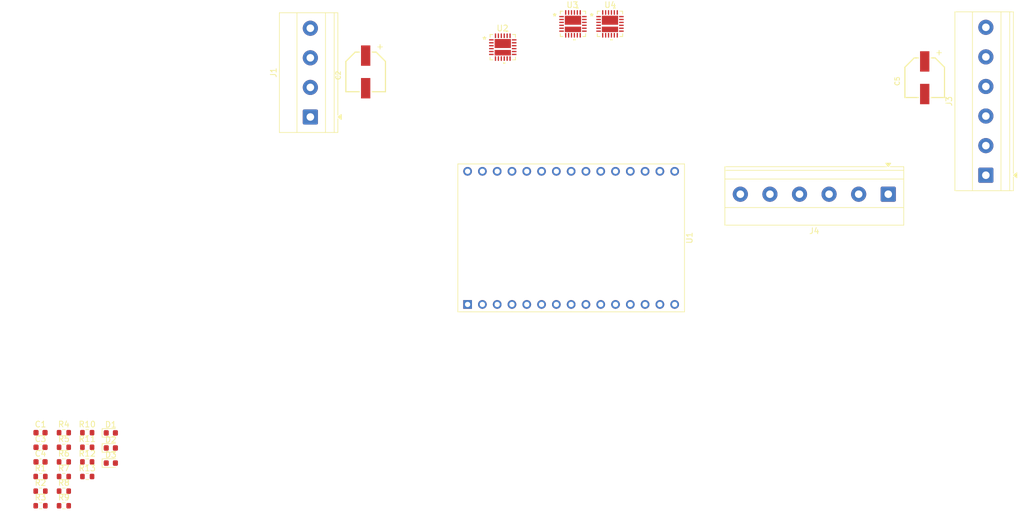
<source format=kicad_pcb>
(kicad_pcb (version 20241229) (generator "pcbnew") (generator_version "9.0")
  (layers (0 "F.Cu" signal) (2 "B.Cu" signal) (13 "F.Paste" user) (15 "B.Paste" user) (5 "F.SilkS" user "F.Silkscreen") (7 "B.SilkS" user "B.Silkscreen") (1 "F.Mask" user) (3 "B.Mask" user) (25 "Edge.Cuts" user))
  (net 0 "")
  (net 1 "+5V")
  (net 2 "GND")
  (net 3 "Net-(D1-A)")
  (net 4 "Net-(D2-A)")
  (net 5 "Net-(D3-A)")
  (net 7 "/Motor_PWM")
  (net 8 "/LED_3_VOUT")
  (net 9 "/LED_2_VOUT")
  (net 10 "/LED_1_VOUT")
  (net 11 "/LED_1_CTRL")
  (net 12 "/LED_1_EN")
  (net 13 "/LED1_ILIM")
  (net 14 "/LED1_IMON")
  (net 15 "/LED1_PG")
  (net 16 "/LED2_PG")
  (net 17 "/LED_2_EN")
  (net 18 "/LED_2_CTRL")
  (net 19 "/LED2_ILIM")
  (net 20 "/LED2_IMON")
  (net 21 "/LED3_PG")
  (net 22 "/LED_3_EN")
  (net 23 "/LED_3_CTRL")
  (net 24 "/LED3_ILIM")
  (net 25 "/LED3_IMON")
  (net 26 "Net-(U1-TX0)")
  (footprint "Resistor_SMD:R_0603_1608Metric" (layer "F.Cu") (at -21.835 108.49)
    (property "Reference" "R2" (at 0 -1.43 0) (layer "F.SilkS"))
    (property "Value" "298R_0.21W_0603")
    (fp_line (start -0.237258 -0.5225) (end 0.237258 -0.5225) (stroke (width 0.12)) (layer "F.SilkS"))
    (fp_line (start -0.237258 0.5225) (end 0.237258 0.5225) (stroke (width 0.12)) (layer "F.SilkS"))
    (pad "1" smd roundrect (at -0.825 0) (size 0.8 0.95) (layers "F.Cu" "F.Mask" "F.Paste") (net 13 "/LED1_ILIM"))
    (pad "2" smd roundrect (at 0.825 0) (size 0.8 0.95) (layers "F.Cu" "F.Mask" "F.Paste") (net 2 "GND"))
  )
  (footprint "Capacitor_SMD:C_0603_1608Metric" (layer "F.Cu") (at -21.835 100.96)
    (property "Reference" "C3" (at 0 -1.43 0) (layer "F.SilkS"))
    (property "Value" "0.1u_16V_0603")
    (fp_line (start -0.14058 -0.51) (end 0.14058 -0.51) (stroke (width 0.12)) (layer "F.SilkS"))
    (fp_line (start -0.14058 0.51) (end 0.14058 0.51) (stroke (width 0.12)) (layer "F.SilkS"))
    (pad "1" smd roundrect (at -0.775 0) (size 0.9 0.95) (layers "F.Cu" "F.Mask" "F.Paste") (net 1 "+5V"))
    (pad "2" smd roundrect (at 0.775 0) (size 0.9 0.95) (layers "F.Cu" "F.Mask" "F.Paste") (net 2 "GND"))
  )
  (footprint "Resistor_SMD:R_0603_1608Metric" (layer "F.Cu") (at -13.815 105.98)
    (property "Reference" "R13" (at 0 -1.43 0) (layer "F.SilkS"))
    (property "Value" "1k_0.2W_0603")
    (fp_line (start -0.237258 -0.5225) (end 0.237258 -0.5225) (stroke (width 0.12)) (layer "F.SilkS"))
    (fp_line (start -0.237258 0.5225) (end 0.237258 0.5225) (stroke (width 0.12)) (layer "F.SilkS"))
    (pad "1" smd roundrect (at -0.825 0) (size 0.8 0.95) (layers "F.Cu" "F.Mask" "F.Paste") (net 26 "Net-(U1-TX0)"))
    (pad "2" smd roundrect (at 0.825 0) (size 0.8 0.95) (layers "F.Cu" "F.Mask" "F.Paste") (net 7 "/Motor_PWM"))
  )
  (footprint "Resistor_SMD:R_0603_1608Metric" (layer "F.Cu") (at -17.825 111)
    (property "Reference" "R9" (at 0 -1.43 0) (layer "F.SilkS"))
    (property "Value" "1k_0.2W_0603")
    (fp_line (start -0.237258 -0.5225) (end 0.237258 -0.5225) (stroke (width 0.12)) (layer "F.SilkS"))
    (fp_line (start -0.237258 0.5225) (end 0.237258 0.5225) (stroke (width 0.12)) (layer "F.SilkS"))
    (pad "1" smd roundrect (at -0.825 0) (size 0.8 0.95) (layers "F.Cu" "F.Mask" "F.Paste") (net 5 "Net-(D3-A)"))
    (pad "2" smd roundrect (at 0.825 0) (size 0.8 0.95) (layers "F.Cu" "F.Mask" "F.Paste") (net 21 "/LED3_PG"))
  )
  (footprint "Resistor_SMD:R_0603_1608Metric" (layer "F.Cu") (at -17.825 103.47)
    (property "Reference" "R6" (at 0 -1.43 0) (layer "F.SilkS"))
    (property "Value" "220R_0.21W_0603")
    (fp_line (start -0.237258 -0.5225) (end 0.237258 -0.5225) (stroke (width 0.12)) (layer "F.SilkS"))
    (fp_line (start -0.237258 0.5225) (end 0.237258 0.5225) (stroke (width 0.12)) (layer "F.SilkS"))
    (pad "1" smd roundrect (at -0.825 0) (size 0.8 0.95) (layers "F.Cu" "F.Mask" "F.Paste") (net 18 "/LED_2_CTRL"))
    (pad "2" smd roundrect (at 0.825 0) (size 0.8 0.95) (layers "F.Cu" "F.Mask" "F.Paste") (net 17 "/LED_2_EN"))
  )
  (footprint "TPS25980_footprints:VQFN24_RGE_TEX" (layer "F.Cu") (at 69.5964 28.25)
    (property "Reference" "U3" (at -0.0964 -3.25 0) (layer "F.SilkS"))
    (property "Value" "TPS259807ONRGER")
    (fp_line (start -2.1717 -2.1717) (end -2.1717 -1.69704) (stroke (width 0.1524)) (layer "F.SilkS"))
    (fp_line (start -2.1717 1.69704) (end -2.1717 2.1717) (stroke (width 0.1524)) (layer "F.SilkS"))
    (fp_line (start -2.1717 2.1717) (end -1.69704 2.1717) (stroke (width 0.1524)) (layer "F.SilkS"))
    (fp_line (start -1.69704 -2.1717) (end -2.1717 -2.1717) (stroke (width 0.1524)) (layer "F.SilkS"))
    (fp_line (start 1.69704 2.1717) (end 2.1717 2.1717) (stroke (width 0.1524)) (layer "F.SilkS"))
    (fp_line (start 2.1717 -2.1717) (end 1.69704 -2.1717) (stroke (width 0.1524)) (layer "F.SilkS"))
    (fp_line (start 2.1717 -1.69704) (end 2.1717 -2.1717) (stroke (width 0.1524)) (layer "F.SilkS"))
    (fp_line (start 2.1717 2.1717) (end 2.1717 1.69704) (stroke (width 0.1524)) (layer "F.SilkS"))
    (fp_poly (pts (xy 0.059499 2.6035) (xy 0.059499 2.8575) (xy 0.4405 2.8575) (xy 0.4405 2.6035)) (fill yes) (layer "F.SilkS"))
    (fp_poly (pts (xy 0.559501 -2.6035) (xy 0.559501 -2.8575) (xy 0.940501 -2.8575) (xy 0.940501 -2.6035)) (fill yes) (layer "F.SilkS"))
    (fp_text user "*" (at -3.1369 -1.25 0) (layer "F.SilkS"))
    (fp_text user "*" (at -3.1369 -1.25 0) (layer "F.SilkS"))
    (pad "1" smd rect (at -1.9558 -1.25 90) (size 0.2286 0.7874) (layers "F.Cu" "F.Mask" "F.Paste") (net 1 "+5V"))
    (pad "2" smd rect (at -1.9558 -0.750001 90) (size 0.2286 0.7874) (layers "F.Cu" "F.Mask" "F.Paste") (net 1 "+5V"))
    (pad "3" smd rect (at -1.9558 -0.25 90) (size 0.2286 0.7874) (layers "F.Cu" "F.Mask" "F.Paste") (net 1 "+5V"))
    (pad "4" smd rect (at -1.9558 0.25 90) (size 0.2286 0.7874) (layers "F.Cu" "F.Mask" "F.Paste") (net 2 "GND"))
    (pad "5" smd rect (at -1.9558 0.750001 90) (size 0.2286 0.7874) (layers "F.Cu" "F.Mask" "F.Paste") (net 2 "GND"))
    (pad "6" smd rect (at -1.9558 1.25 90) (size 0.2286 0.7874) (layers "F.Cu" "F.Mask" "F.Paste") (net 17 "/LED_2_EN"))
    (pad "7" smd rect (at -1.25 1.9558) (size 0.2286 0.7874) (layers "F.Cu" "F.Mask" "F.Paste"))
    (pad "8" smd rect (at -0.750001 1.9558) (size 0.2286 0.7874) (layers "F.Cu" "F.Mask" "F.Paste") (net 19 "/LED2_ILIM"))
    (pad "9" smd rect (at -0.25 1.9558) (size 0.2286 0.7874) (layers "F.Cu" "F.Mask" "F.Paste") (net 20 "/LED2_IMON"))
    (pad "10" smd rect (at 0.25 1.9558) (size 0.2286 0.7874) (layers "F.Cu" "F.Mask" "F.Paste") (net 2 "GND"))
    (pad "11" smd rect (at 0.750001 1.9558) (size 0.2286 0.7874) (layers "F.Cu" "F.Mask" "F.Paste") (net 2 "GND"))
    (pad "12" smd rect (at 1.25 1.9558) (size 0.2286 0.7874) (layers "F.Cu" "F.Mask" "F.Paste") (net 2 "GND"))
    (pad "13" smd rect (at 1.9558 1.25 90) (size 0.2286 0.7874) (layers "F.Cu" "F.Mask" "F.Paste") (net 16 "/LED2_PG"))
    (pad "14" smd rect (at 1.9558 0.750001 90) (size 0.2286 0.7874) (layers "F.Cu" "F.Mask" "F.Paste") (net 2 "GND"))
    (pad "15" smd rect (at 1.9558 0.25 90) (size 0.2286 0.7874) (layers "F.Cu" "F.Mask" "F.Paste"))
    (pad "16" smd rect (at 1.9558 -0.25 90) (size 0.2286 0.7874) (layers "F.Cu" "F.Mask" "F.Paste") (net 1 "+5V"))
    (pad "17" smd rect (at 1.9558 -0.750001 90) (size 0.2286 0.7874) (layers "F.Cu" "F.Mask" "F.Paste") (net 9 "/LED_2_VOUT"))
    (pad "18" smd rect (at 1.9558 -1.25 90) (size 0.2286 0.7874) (layers "F.Cu" "F.Mask" "F.Paste") (net 9 "/LED_2_VOUT"))
    (pad "19" smd rect (at 1.25 -1.9558) (size 0.2286 0.7874) (layers "F.Cu" "F.Mask" "F.Paste") (net 9 "/LED_2_VOUT"))
    (pad "20" smd rect (at 0.750001 -1.9558) (size 0.2286 0.7874) (layers "F.Cu" "F.Mask" "F.Paste") (net 9 "/LED_2_VOUT"))
    (pad "21" smd rect (at 0.25 -1.9558) (size 0.2286 0.7874) (layers "F.Cu" "F.Mask" "F.Paste") (net 9 "/LED_2_VOUT"))
    (pad "22" smd rect (at -0.25 -1.9558) (size 0.2286 0.7874) (layers "F.Cu" "F.Mask" "F.Paste") (net 9 "/LED_2_VOUT"))
    (pad "23" smd rect (at -0.750001 -1.9558) (size 0.2286 0.7874) (layers "F.Cu" "F.Mask" "F.Paste") (net 9 "/LED_2_VOUT"))
    (pad "24" smd rect (at -1.25 -1.9558) (size 0.2286 0.7874) (layers "F.Cu" "F.Mask" "F.Paste") (net 9 "/LED_2_VOUT"))
    (pad "25" smd rect (at 0 -0.625) (size 2.794 1.5494) (layers "F.Cu" "F.Mask" "F.Paste") (net 1 "+5V"))
    (pad "26" smd rect (at 0 0.95) (size 2.794 0.9398) (layers "F.Cu" "F.Mask" "F.Paste") (net 2 "GND"))
  )
  (footprint "Resistor_SMD:R_0603_1608Metric" (layer "F.Cu") (at -21.835 111)
    (property "Reference" "R3" (at 0 -1.43 0) (layer "F.SilkS"))
    (property "Value" "10k_0.1W_0603")
    (fp_line (start -0.237258 -0.5225) (end 0.237258 -0.5225) (stroke (width 0.12)) (layer "F.SilkS"))
    (fp_line (start -0.237258 0.5225) (end 0.237258 0.5225) (stroke (width 0.12)) (layer "F.SilkS"))
    (pad "1" smd roundrect (at -0.825 0) (size 0.8 0.95) (layers "F.Cu" "F.Mask" "F.Paste") (net 14 "/LED1_IMON"))
    (pad "2" smd roundrect (at 0.825 0) (size 0.8 0.95) (layers "F.Cu" "F.Mask" "F.Paste") (net 2 "GND"))
  )
  (footprint "TerminalBlock_Phoenix:TerminalBlock_Phoenix_MKDS-1,5-4-5.08_1x04_P5.08mm_Horizontal" (layer "F.Cu") (at 24.5 44.24 90)
    (property "Reference" "J1" (at 7.62 -6.32 90) (layer "F.SilkS"))
    (property "Value" "Screw_Terminal_01x04")
    (fp_line (start 17.9 -5.32) (end 17.9 4.72) (stroke (width 0.12)) (layer "F.SilkS"))
    (fp_line (start -2.66 -5.32) (end 17.9 -5.32) (stroke (width 0.12)) (layer "F.SilkS"))
    (fp_line (start -2.66 -2.3) (end 17.9 -2.3) (stroke (width 0.12)) (layer "F.SilkS"))
    (fp_line (start -2.66 2.6) (end 17.9 2.6) (stroke (width 0.12)) (layer "F.SilkS"))
    (fp_line (start -2.66 4.1) (end 17.9 4.1) (stroke (width 0.12)) (layer "F.SilkS"))
    (fp_line (start 17.9 4.72) (end 0.3 4.72) (stroke (width 0.12)) (layer "F.SilkS"))
    (fp_line (start -0.3 4.72) (end -2.66 4.72) (stroke (width 0.12)) (layer "F.SilkS"))
    (fp_line (start -2.66 4.72) (end -2.66 -5.32) (stroke (width 0.12)) (layer "F.SilkS"))
    (fp_poly (pts (xy 0 4.72) (xy 0.44 5.33) (xy -0.44 5.33)) (stroke (width 0.12)) (fill yes) (layer "F.SilkS"))
    (pad "1" thru_hole roundrect (at 0 0 90) (size 2.6 2.6) (drill 1.3) (layers "*.Cu" "*.Mask") (roundrect_rratio 0.096154) (net 2 "GND"))
    (pad "2" thru_hole circle (at 5.08 0 90) (size 2.6 2.6) (drill 1.3) (layers "*.Cu" "*.Mask") (net 2 "GND"))
    (pad "3" thru_hole circle (at 10.16 0 90) (size 2.6 2.6) (drill 1.3) (layers "*.Cu" "*.Mask") (net 1 "+5V"))
    (pad "4" thru_hole circle (at 15.24 0 90) (size 2.6 2.6) (drill 1.3) (layers "*.Cu" "*.Mask") (net 1 "+5V"))
  )
  (footprint "Resistor_SMD:R_0603_1608Metric" (layer "F.Cu") (at -17.825 105.98)
    (property "Reference" "R7" (at 0 -1.43 0) (layer "F.SilkS"))
    (property "Value" "298R_0.21W_0603")
    (fp_line (start -0.237258 -0.5225) (end 0.237258 -0.5225) (stroke (width 0.12)) (layer "F.SilkS"))
    (fp_line (start -0.237258 0.5225) (end 0.237258 0.5225) (stroke (width 0.12)) (layer "F.SilkS"))
    (pad "1" smd roundrect (at -0.825 0) (size 0.8 0.95) (layers "F.Cu" "F.Mask" "F.Paste") (net 19 "/LED2_ILIM"))
    (pad "2" smd roundrect (at 0.825 0) (size 0.8 0.95) (layers "F.Cu" "F.Mask" "F.Paste") (net 2 "GND"))
  )
  (footprint "Capacitor_SMD:C_0603_1608Metric" (layer "F.Cu") (at -21.835 103.47)
    (property "Reference" "C4" (at 0 -1.43 0) (layer "F.SilkS"))
    (property "Value" "0.1u_16V_0603")
    (fp_line (start -0.14058 -0.51) (end 0.14058 -0.51) (stroke (width 0.12)) (layer "F.SilkS"))
    (fp_line (start -0.14058 0.51) (end 0.14058 0.51) (stroke (width 0.12)) (layer "F.SilkS"))
    (pad "1" smd roundrect (at -0.775 0) (size 0.9 0.95) (layers "F.Cu" "F.Mask" "F.Paste") (net 1 "+5V"))
    (pad "2" smd roundrect (at 0.775 0) (size 0.9 0.95) (layers "F.Cu" "F.Mask" "F.Paste") (net 2 "GND"))
  )
  (footprint "Resistor_SMD:R_0603_1608Metric" (layer "F.Cu") (at -13.815 98.45)
    (property "Reference" "R10" (at 0 -1.43 0) (layer "F.SilkS"))
    (property "Value" "220R_0.21W_0603")
    (fp_line (start -0.237258 -0.5225) (end 0.237258 -0.5225) (stroke (width 0.12)) (layer "F.SilkS"))
    (fp_line (start -0.237258 0.5225) (end 0.237258 0.5225) (stroke (width 0.12)) (layer "F.SilkS"))
    (pad "1" smd roundrect (at -0.825 0) (size 0.8 0.95) (layers "F.Cu" "F.Mask" "F.Paste") (net 23 "/LED_3_CTRL"))
    (pad "2" smd roundrect (at 0.825 0) (size 0.8 0.95) (layers "F.Cu" "F.Mask" "F.Paste") (net 22 "/LED_3_EN"))
  )
  (footprint "Resistor_SMD:R_0603_1608Metric" (layer "F.Cu") (at -13.815 100.96)
    (property "Reference" "R11" (at 0 -1.43 0) (layer "F.SilkS"))
    (property "Value" "298R_0.21W_0603")
    (fp_line (start -0.237258 -0.5225) (end 0.237258 -0.5225) (stroke (width 0.12)) (layer "F.SilkS"))
    (fp_line (start -0.237258 0.5225) (end 0.237258 0.5225) (stroke (width 0.12)) (layer "F.SilkS"))
    (pad "1" smd roundrect (at -0.825 0) (size 0.8 0.95) (layers "F.Cu" "F.Mask" "F.Paste") (net 24 "/LED3_ILIM"))
    (pad "2" smd roundrect (at 0.825 0) (size 0.8 0.95) (layers "F.Cu" "F.Mask" "F.Paste") (net 2 "GND"))
  )
  (footprint "ESP32_Devkit_V1:WCAP-ASLI_6.3X5.5_DXL_" (layer "F.Cu") (at 34 36.5 90)
    (property "Reference" "C2" (at -0.6 -4.708 90) (layer "F.SilkS") (effects (font (size 0.8 0.8))))
    (property "Value" "100u_16V_0603")
    (fp_line (start 1.8 -3.4) (end 3.4 -1.8) (stroke (width 0.2)) (layer "F.SilkS"))
    (fp_line (start -3.4 -3.4) (end 1.8 -3.4) (stroke (width 0.2)) (layer "F.SilkS"))
    (fp_line (start -3.4 -3.4) (end -3.4 -1.1) (stroke (width 0.2)) (layer "F.SilkS"))
    (fp_line (start 3.4 -1.8) (end 3.4 -1.1) (stroke (width 0.2)) (layer "F.SilkS"))
    (fp_line (start 3.4 1.8) (end 3.4 1.1) (stroke (width 0.2)) (layer "F.SilkS"))
    (fp_line (start 1.8 3.4) (end 3.4 1.8) (stroke (width 0.2)) (layer "F.SilkS"))
    (fp_line (start -3.4 3.4) (end -3.4 1.1) (stroke (width 0.2)) (layer "F.SilkS"))
    (fp_line (start -3.4 3.4) (end 1.8 3.4) (stroke (width 0.2)) (layer "F.SilkS"))
    (fp_text user "+" (at 4.3 2.4 90) (layer "F.SilkS"))
    (pad "1" smd rect (at 2.8 0 90) (size 3.5 1.6) (layers "F.Cu" "F.Mask" "F.Paste") (net 1 "+5V"))
    (pad "2" smd rect (at -2.8 0 90) (size 3.5 1.6) (layers "F.Cu" "F.Mask" "F.Paste") (net 2 "GND"))
  )
  (footprint "Resistor_SMD:R_0603_1608Metric" (layer "F.Cu") (at -21.835 105.98)
    (property "Reference" "R1" (at 0 -1.43 0) (layer "F.SilkS"))
    (property "Value" "220R_0.21W_0603")
    (fp_line (start -0.237258 -0.5225) (end 0.237258 -0.5225) (stroke (width 0.12)) (layer "F.SilkS"))
    (fp_line (start -0.237258 0.5225) (end 0.237258 0.5225) (stroke (width 0.12)) (layer "F.SilkS"))
    (pad "1" smd roundrect (at -0.825 0) (size 0.8 0.95) (layers "F.Cu" "F.Mask" "F.Paste") (net 11 "/LED_1_CTRL"))
    (pad "2" smd roundrect (at 0.825 0) (size 0.8 0.95) (layers "F.Cu" "F.Mask" "F.Paste") (net 12 "/LED_1_EN"))
  )
  (footprint "LED_SMD:LED_0603_1608Metric" (layer "F.Cu") (at -9.765 103.67)
    (property "Reference" "D3" (at 0 -1.43 0) (layer "F.SilkS"))
    (property "Value" "LED")
    (fp_line (start -1.485 -0.735) (end -1.485 0.735) (stroke (width 0.12)) (layer "F.SilkS"))
    (fp_line (start -1.485 0.735) (end 0.8 0.735) (stroke (width 0.12)) (layer "F.SilkS"))
    (fp_line (start 0.8 -0.735) (end -1.485 -0.735) (stroke (width 0.12)) (layer "F.SilkS"))
    (pad "1" smd roundrect (at -0.7875 0) (size 0.875 0.95) (layers "F.Cu" "F.Mask" "F.Paste") (net 2 "GND"))
    (pad "2" smd roundrect (at 0.7875 0) (size 0.875 0.95) (layers "F.Cu" "F.Mask" "F.Paste") (net 5 "Net-(D3-A)"))
  )
  (footprint "Resistor_SMD:R_0603_1608Metric" (layer "F.Cu") (at -17.825 100.96)
    (property "Reference" "R5" (at 0 -1.43 0) (layer "F.SilkS"))
    (property "Value" "1k_0.2W_0603")
    (fp_line (start -0.237258 -0.5225) (end 0.237258 -0.5225) (stroke (width 0.12)) (layer "F.SilkS"))
    (fp_line (start -0.237258 0.5225) (end 0.237258 0.5225) (stroke (width 0.12)) (layer "F.SilkS"))
    (pad "1" smd roundrect (at -0.825 0) (size 0.8 0.95) (layers "F.Cu" "F.Mask" "F.Paste") (net 4 "Net-(D2-A)"))
    (pad "2" smd roundrect (at 0.825 0) (size 0.8 0.95) (layers "F.Cu" "F.Mask" "F.Paste") (net 16 "/LED2_PG"))
  )
  (footprint "ESP32_Devkit_V1:WCAP-ASLI_6.3X5.5_DXL_" (layer "F.Cu") (at 130 37.5 90)
    (property "Reference" "C5" (at -0.6 -4.708 90) (layer "F.SilkS") (effects (font (size 0.8 0.8))))
    (property "Value" "100u_16V_0603")
    (fp_line (start 1.8 -3.4) (end 3.4 -1.8) (stroke (width 0.2)) (layer "F.SilkS"))
    (fp_line (start -3.4 -3.4) (end 1.8 -3.4) (stroke (width 0.2)) (layer "F.SilkS"))
    (fp_line (start -3.4 -3.4) (end -3.4 -1.1) (stroke (width 0.2)) (layer "F.SilkS"))
    (fp_line (start 3.4 -1.8) (end 3.4 -1.1) (stroke (width 0.2)) (layer "F.SilkS"))
    (fp_line (start 3.4 1.8) (end 3.4 1.1) (stroke (width 0.2)) (layer "F.SilkS"))
    (fp_line (start 1.8 3.4) (end 3.4 1.8) (stroke (width 0.2)) (layer "F.SilkS"))
    (fp_line (start -3.4 3.4) (end -3.4 1.1) (stroke (width 0.2)) (layer "F.SilkS"))
    (fp_line (start -3.4 3.4) (end 1.8 3.4) (stroke (width 0.2)) (layer "F.SilkS"))
    (fp_text user "+" (at 4.3 2.4 90) (layer "F.SilkS"))
    (pad "1" smd rect (at 2.8 0 90) (size 3.5 1.6) (layers "F.Cu" "F.Mask" "F.Paste") (net 1 "+5V"))
    (pad "2" smd rect (at -2.8 0 90) (size 3.5 1.6) (layers "F.Cu" "F.Mask" "F.Paste") (net 2 "GND"))
  )
  (footprint "TerminalBlock_Phoenix:TerminalBlock_Phoenix_MKDS-1,5-6-5.08_1x06_P5.08mm_Horizontal" (layer "F.Cu") (at 123.74 57.5 180)
    (property "Reference" "J4" (at 12.7 -6.32 0) (layer "F.SilkS"))
    (property "Value" "Screw_Terminal_01x06")
    (fp_line (start 28.06 4.72) (end 0.3 4.72) (stroke (width 0.12)) (layer "F.SilkS"))
    (fp_line (start 28.06 -5.32) (end 28.06 4.72) (stroke (width 0.12)) (layer "F.SilkS"))
    (fp_line (start -0.3 4.72) (end -2.66 4.72) (stroke (width 0.12)) (layer "F.SilkS"))
    (fp_line (start -2.66 4.72) (end -2.66 -5.32) (stroke (width 0.12)) (layer "F.SilkS"))
    (fp_line (start -2.66 4.1) (end 28.06 4.1) (stroke (width 0.12)) (layer "F.SilkS"))
    (fp_line (start -2.66 2.6) (end 28.06 2.6) (stroke (width 0.12)) (layer "F.SilkS"))
    (fp_line (start -2.66 -2.3) (end 28.06 -2.3) (stroke (width 0.12)) (layer "F.SilkS"))
    (fp_line (start -2.66 -5.32) (end 28.06 -5.32) (stroke (width 0.12)) (layer "F.SilkS"))
    (fp_poly (pts (xy 0 4.72) (xy 0.44 5.33) (xy -0.44 5.33)) (stroke (width 0.12)) (fill yes) (layer "F.SilkS"))
    (pad "1" thru_hole roundrect (at 0 0 180) (size 2.6 2.6) (drill 1.3) (layers "*.Cu" "*.Mask") (roundrect_rratio 0.096154) (net 10 "/LED_1_VOUT"))
    (pad "2" thru_hole circle (at 5.08 0 180) (size 2.6 2.6) (drill 1.3) (layers "*.Cu" "*.Mask") (net 2 "GND"))
    (pad "3" thru_hole circle (at 10.16 0 180) (size 2.6 2.6) (drill 1.3) (layers "*.Cu" "*.Mask") (net 9 "/LED_2_VOUT"))
    (pad "4" thru_hole circle (at 15.24 0 180) (size 2.6 2.6) (drill 1.3) (layers "*.Cu" "*.Mask") (net 2 "GND"))
    (pad "5" thru_hole circle (at 20.32 0 180) (size 2.6 2.6) (drill 1.3) (layers "*.Cu" "*.Mask") (net 8 "/LED_3_VOUT"))
    (pad "6" thru_hole circle (at 25.4 0 180) (size 2.6 2.6) (drill 1.3) (layers "*.Cu" "*.Mask") (net 2 "GND"))
  )
  (footprint "LED_SMD:LED_0603_1608Metric" (layer "F.Cu") (at -9.765 101.08)
    (property "Reference" "D2" (at 0 -1.43 0) (layer "F.SilkS"))
    (property "Value" "LED")
    (fp_line (start -1.485 -0.735) (end -1.485 0.735) (stroke (width 0.12)) (layer "F.SilkS"))
    (fp_line (start -1.485 0.735) (end 0.8 0.735) (stroke (width 0.12)) (layer "F.SilkS"))
    (fp_line (start 0.8 -0.735) (end -1.485 -0.735) (stroke (width 0.12)) (layer "F.SilkS"))
    (pad "1" smd roundrect (at -0.7875 0) (size 0.875 0.95) (layers "F.Cu" "F.Mask" "F.Paste") (net 2 "GND"))
    (pad "2" smd roundrect (at 0.7875 0) (size 0.875 0.95) (layers "F.Cu" "F.Mask" "F.Paste") (net 4 "Net-(D2-A)"))
  )
  (footprint "TPS25980_footprints:VQFN24_RGE_TEX" (layer "F.Cu") (at 57.5442 32.25)
    (property "Reference" "U2" (at -0.0442 -3.25 0) (layer "F.SilkS"))
    (property "Value" "TPS259807ONRGER")
    (fp_line (start -2.1717 -2.1717) (end -2.1717 -1.69704) (stroke (width 0.1524)) (layer "F.SilkS"))
    (fp_line (start -2.1717 1.69704) (end -2.1717 2.1717) (stroke (width 0.1524)) (layer "F.SilkS"))
    (fp_line (start -2.1717 2.1717) (end -1.69704 2.1717) (stroke (width 0.1524)) (layer "F.SilkS"))
    (fp_line (start -1.69704 -2.1717) (end -2.1717 -2.1717) (stroke (width 0.1524)) (layer "F.SilkS"))
    (fp_line (start 1.69704 2.1717) (end 2.1717 2.1717) (stroke (width 0.1524)) (layer "F.SilkS"))
    (fp_line (start 2.1717 -2.1717) (end 1.69704 -2.1717) (stroke (width 0.1524)) (layer "F.SilkS"))
    (fp_line (start 2.1717 -1.69704) (end 2.1717 -2.1717) (stroke (width 0.1524)) (layer "F.SilkS"))
    (fp_line (start 2.1717 2.1717) (end 2.1717 1.69704) (stroke (width 0.1524)) (layer "F.SilkS"))
    (fp_poly (pts (xy 0.059499 2.6035) (xy 0.059499 2.8575) (xy 0.4405 2.8575) (xy 0.4405 2.6035)) (fill yes) (layer "F.SilkS"))
    (fp_poly (pts (xy 0.559501 -2.6035) (xy 0.559501 -2.8575) (xy 0.940501 -2.8575) (xy 0.940501 -2.6035)) (fill yes) (layer "F.SilkS"))
    (fp_text user "*" (at -3.1369 -1.25 0) (layer "F.SilkS"))
    (fp_text user "*" (at -3.1369 -1.25 0) (layer "F.SilkS"))
    (pad "1" smd rect (at -1.9558 -1.25 90) (size 0.2286 0.7874) (layers "F.Cu" "F.Mask" "F.Paste") (net 1 "+5V"))
    (pad "2" smd rect (at -1.9558 -0.750001 90) (size 0.2286 0.7874) (layers "F.Cu" "F.Mask" "F.Paste") (net 1 "+5V"))
    (pad "3" smd rect (at -1.9558 -0.25 90) (size 0.2286 0.7874) (layers "F.Cu" "F.Mask" "F.Paste") (net 1 "+5V"))
    (pad "4" smd rect (at -1.9558 0.25 90) (size 0.2286 0.7874) (layers "F.Cu" "F.Mask" "F.Paste") (net 2 "GND"))
    (pad "5" smd rect (at -1.9558 0.750001 90) (size 0.2286 0.7874) (layers "F.Cu" "F.Mask" "F.Paste") (net 2 "GND"))
    (pad "6" smd rect (at -1.9558 1.25 90) (size 0.2286 0.7874) (layers "F.Cu" "F.Mask" "F.Paste") (net 12 "/LED_1_EN"))
    (pad "7" smd rect (at -1.25 1.9558) (size 0.2286 0.7874) (layers "F.Cu" "F.Mask" "F.Paste"))
    (pad "8" smd rect (at -0.750001 1.9558) (size 0.2286 0.7874) (layers "F.Cu" "F.Mask" "F.Paste") (net 13 "/LED1_ILIM"))
    (pad "9" smd rect (at -0.25 1.9558) (size 0.2286 0.7874) (layers "F.Cu" "F.Mask" "F.Paste") (net 14 "/LED1_IMON"))
    (pad "10" smd rect (at 0.25 1.9558) (size 0.2286 0.7874) (layers "F.Cu" "F.Mask" "F.Paste") (net 2 "GND"))
    (pad "11" smd rect (at 0.750001 1.9558) (size 0.2286 0.7874) (layers "F.Cu" "F.Mask" "F.Paste") (net 2 "GND"))
    (pad "12" smd rect (at 1.25 1.9558) (size 0.2286 0.7874) (layers "F.Cu" "F.Mask" "F.Paste") (net 2 "GND"))
    (pad "13" smd rect (at 1.9558 1.25 90) (size 0.2286 0.7874) (layers "F.Cu" "F.Mask" "F.Paste") (net 15 "/LED1_PG"))
    (pad "14" smd rect (at 1.9558 0.750001 90) (size 0.2286 0.7874) (layers "F.Cu" "F.Mask" "F.Paste") (net 2 "GND"))
    (pad "15" smd rect (at 1.9558 0.25 90) (size 0.2286 0.7874) (layers "F.Cu" "F.Mask" "F.Paste"))
    (pad "16" smd rect (at 1.9558 -0.25 90) (size 0.2286 0.7874) (layers "F.Cu" "F.Mask" "F.Paste") (net 1 "+5V"))
    (pad "17" smd rect (at 1.9558 -0.750001 90) (size 0.2286 0.7874) (layers "F.Cu" "F.Mask" "F.Paste") (net 10 "/LED_1_VOUT"))
    (pad "18" smd rect (at 1.9558 -1.25 90) (size 0.2286 0.7874) (layers "F.Cu" "F.Mask" "F.Paste") (net 10 "/LED_1_VOUT"))
    (pad "19" smd rect (at 1.25 -1.9558) (size 0.2286 0.7874) (layers "F.Cu" "F.Mask" "F.Paste") (net 10 "/LED_1_VOUT"))
    (pad "20" smd rect (at 0.750001 -1.9558) (size 0.2286 0.7874) (layers "F.Cu" "F.Mask" "F.Paste") (net 10 "/LED_1_VOUT"))
    (pad "21" smd rect (at 0.25 -1.9558) (size 0.2286 0.7874) (layers "F.Cu" "F.Mask" "F.Paste") (net 10 "/LED_1_VOUT"))
    (pad "22" smd rect (at -0.25 -1.9558) (size 0.2286 0.7874) (layers "F.Cu" "F.Mask" "F.Paste") (net 10 "/LED_1_VOUT"))
    (pad "23" smd rect (at -0.750001 -1.9558) (size 0.2286 0.7874) (layers "F.Cu" "F.Mask" "F.Paste") (net 10 "/LED_1_VOUT"))
    (pad "24" smd rect (at -1.25 -1.9558) (size 0.2286 0.7874) (layers "F.Cu" "F.Mask" "F.Paste") (net 10 "/LED_1_VOUT"))
    (pad "25" smd rect (at 0 -0.625) (size 2.794 1.5494) (layers "F.Cu" "F.Mask" "F.Paste") (net 1 "+5V"))
    (pad "26" smd rect (at 0 0.95) (size 2.794 0.9398) (layers "F.Cu" "F.Mask" "F.Paste") (net 2 "GND"))
  )
  (footprint "Resistor_SMD:R_0603_1608Metric" (layer "F.Cu") (at -13.815 103.47)
    (property "Reference" "R12" (at 0 -1.43 0) (layer "F.SilkS"))
    (property "Value" "10k_0.1W_0603")
    (fp_line (start -0.237258 -0.5225) (end 0.237258 -0.5225) (stroke (width 0.12)) (layer "F.SilkS"))
    (fp_line (start -0.237258 0.5225) (end 0.237258 0.5225) (stroke (width 0.12)) (layer "F.SilkS"))
    (pad "1" smd roundrect (at -0.825 0) (size 0.8 0.95) (layers "F.Cu" "F.Mask" "F.Paste") (net 25 "/LED3_IMON"))
    (pad "2" smd roundrect (at 0.825 0) (size 0.8 0.95) (layers "F.Cu" "F.Mask" "F.Paste") (net 2 "GND"))
  )
  (footprint "RF_Module:ESP32-C3-DevKitM-1" (layer "F.Cu") (at 51.505 76.43 90)
    (property "Reference" "U1" (at 11.43 38.1 90) (layer "F.SilkS"))
    (property "Value" "ESP32-DEVKIT-V1")
    (fp_line (start 24.13 -1.68) (end 24.13 37.24) (stroke (width 0.12)) (layer "F.SilkS"))
    (fp_line (start -1.27 -1.68) (end 24.13 -1.68) (stroke (width 0.12)) (layer "F.SilkS"))
    (fp_line (start 24.13 37.24) (end -1.27 37.24) (stroke (width 0.12)) (layer "F.SilkS"))
    (fp_line (start -1.27 37.24) (end -1.27 -1.68) (stroke (width 0.12)) (layer "F.SilkS"))
    (pad "1" thru_hole rect (at 0 0 90) (size 1.5 1.5) (drill 0.9) (layers "*.Cu" "*.Mask"))
    (pad "2" thru_hole circle (at 0 2.54 90) (size 1.5 1.5) (drill 0.9) (layers "*.Cu" "*.Mask") (net 2 "GND"))
    (pad "3" thru_hole circle (at 0 5.08 90) (size 1.5 1.5) (drill 0.9) (layers "*.Cu" "*.Mask"))
    (pad "4" thru_hole circle (at 0 7.62 90) (size 1.5 1.5) (drill 0.9) (layers "*.Cu" "*.Mask"))
    (pad "5" thru_hole circle (at 0 10.16 90) (size 1.5 1.5) (drill 0.9) (layers "*.Cu" "*.Mask"))
    (pad "6" thru_hole circle (at 0 12.7 90) (size 1.5 1.5) (drill 0.9) (layers "*.Cu" "*.Mask"))
    (pad "7" thru_hole circle (at 0 15.24 90) (size 1.5 1.5) (drill 0.9) (layers "*.Cu" "*.Mask"))
    (pad "8" thru_hole circle (at 0 17.78 90) (size 1.5 1.5) (drill 0.9) (layers "*.Cu" "*.Mask"))
    (pad "9" thru_hole circle (at 0 20.32 90) (size 1.5 1.5) (drill 0.9) (layers "*.Cu" "*.Mask"))
    (pad "10" thru_hole circle (at 0 22.86 90) (size 1.5 1.5) (drill 0.9) (layers "*.Cu" "*.Mask"))
    (pad "11" thru_hole circle (at 0 25.4 90) (size 1.5 1.5) (drill 0.9) (layers "*.Cu" "*.Mask"))
    (pad "12" thru_hole circle (at 0 27.94 90) (size 1.5 1.5) (drill 0.9) (layers "*.Cu" "*.Mask"))
    (pad "13" thru_hole circle (at 0 30.48 90) (size 1.5 1.5) (drill 0.9) (layers "*.Cu" "*.Mask") (net 26 "Net-(U1-TX0)"))
    (pad "14" thru_hole circle (at 0 33.02 90) (size 1.5 1.5) (drill 0.9) (layers "*.Cu" "*.Mask"))
    (pad "15" thru_hole circle (at 0 35.56 90) (size 1.5 1.5) (drill 0.9) (layers "*.Cu" "*.Mask"))
    (pad "16" thru_hole circle (at 22.86 35.56 90) (size 1.5 1.5) (drill 0.9) (layers "*.Cu" "*.Mask"))
    (pad "17" thru_hole circle (at 22.86 33.02 90) (size 1.5 1.5) (drill 0.9) (layers "*.Cu" "*.Mask"))
    (pad "18" thru_hole circle (at 22.86 30.48 90) (size 1.5 1.5) (drill 0.9) (layers "*.Cu" "*.Mask"))
    (pad "19" thru_hole circle (at 22.86 27.94 90) (size 1.5 1.5) (drill 0.9) (layers "*.Cu" "*.Mask"))
    (pad "20" thru_hole circle (at 22.86 25.4 90) (size 1.5 1.5) (drill 0.9) (layers "*.Cu" "*.Mask"))
    (pad "21" thru_hole circle (at 22.86 22.86 90) (size 1.5 1.5) (drill 0.9) (layers "*.Cu" "*.Mask"))
    (pad "22" thru_hole circle (at 22.86 20.32 90) (size 1.5 1.5) (drill 0.9) (layers "*.Cu" "*.Mask"))
    (pad "23" thru_hole circle (at 22.86 17.78 90) (size 1.5 1.5) (drill 0.9) (layers "*.Cu" "*.Mask") (net 11 "/LED_1_CTRL"))
    (pad "24" thru_hole circle (at 22.86 15.24 90) (size 1.5 1.5) (drill 0.9) (layers "*.Cu" "*.Mask") (net 18 "/LED_2_CTRL"))
    (pad "25" thru_hole circle (at 22.86 12.7 90) (size 1.5 1.5) (drill 0.9) (layers "*.Cu" "*.Mask") (net 23 "/LED_3_CTRL"))
    (pad "26" thru_hole circle (at 22.86 10.16 90) (size 1.5 1.5) (drill 0.9) (layers "*.Cu" "*.Mask"))
    (pad "27" thru_hole circle (at 22.86 7.62 90) (size 1.5 1.5) (drill 0.9) (layers "*.Cu" "*.Mask"))
    (pad "28" thru_hole circle (at 22.86 5.08 90) (size 1.5 1.5) (drill 0.9) (layers "*.Cu" "*.Mask"))
    (pad "29" thru_hole circle (at 22.86 2.54 90) (size 1.5 1.5) (drill 0.9) (layers "*.Cu" "*.Mask") (net 2 "GND"))
    (pad "30" thru_hole circle (at 22.86 0 90) (size 1.5 1.5) (drill 0.9) (layers "*.Cu" "*.Mask") (net 1 "+5V"))
  )
  (footprint "Capacitor_SMD:C_0603_1608Metric" (layer "F.Cu") (at -21.835 98.45)
    (property "Reference" "C1" (at 0 -1.43 0) (layer "F.SilkS"))
    (property "Value" "0.1u_16V_0603")
    (fp_line (start -0.14058 -0.51) (end 0.14058 -0.51) (stroke (width 0.12)) (layer "F.SilkS"))
    (fp_line (start -0.14058 0.51) (end 0.14058 0.51) (stroke (width 0.12)) (layer "F.SilkS"))
    (pad "1" smd roundrect (at -0.775 0) (size 0.9 0.95) (layers "F.Cu" "F.Mask" "F.Paste") (net 1 "+5V"))
    (pad "2" smd roundrect (at 0.775 0) (size 0.9 0.95) (layers "F.Cu" "F.Mask" "F.Paste") (net 2 "GND"))
  )
  (footprint "TerminalBlock_Phoenix:TerminalBlock_Phoenix_MKDS-1,5-6-5.08_1x06_P5.08mm_Horizontal" (layer "F.Cu") (at 140.5 54.24 90)
    (property "Reference" "J3" (at 12.7 -6.32 90) (layer "F.SilkS"))
    (property "Value" "Screw_Terminal_01x06")
    (fp_line (start 28.06 -5.32) (end 28.06 4.72) (stroke (width 0.12)) (layer "F.SilkS"))
    (fp_line (start -2.66 -5.32) (end 28.06 -5.32) (stroke (width 0.12)) (layer "F.SilkS"))
    (fp_line (start -2.66 -2.3) (end 28.06 -2.3) (stroke (width 0.12)) (layer "F.SilkS"))
    (fp_line (start -2.66 2.6) (end 28.06 2.6) (stroke (width 0.12)) (layer "F.SilkS"))
    (fp_line (start -2.66 4.1) (end 28.06 4.1) (stroke (width 0.12)) (layer "F.SilkS"))
    (fp_line (start 28.06 4.72) (end 0.3 4.72) (stroke (width 0.12)) (layer "F.SilkS"))
    (fp_line (start -0.3 4.72) (end -2.66 4.72) (stroke (width 0.12)) (layer "F.SilkS"))
    (fp_line (start -2.66 4.72) (end -2.66 -5.32) (stroke (width 0.12)) (layer "F.SilkS"))
    (fp_poly (pts (xy 0 4.72) (xy 0.44 5.33) (xy -0.44 5.33)) (stroke (width 0.12)) (fill yes) (layer "F.SilkS"))
    (pad "1" thru_hole roundrect (at 0 0 90) (size 2.6 2.6) (drill 1.3) (layers "*.Cu" "*.Mask") (roundrect_rratio 0.096154) (net 1 "+5V"))
    (pad "2" thru_hole circle (at 5.08 0 90) (size 2.6 2.6) (drill 1.3) (layers "*.Cu" "*.Mask") (net 1 "+5V"))
    (pad "3" thru_hole circle (at 10.16 0 90) (size 2.6 2.6) (drill 1.3) (layers "*.Cu" "*.Mask") (net 7 "/Motor_PWM"))
    (pad "4" thru_hole circle (at 15.24 0 90) (size 2.6 2.6) (drill 1.3) (layers "*.Cu" "*.Mask"))
    (pad "5" thru_hole circle (at 20.32 0 90) (size 2.6 2.6) (drill 1.3) (layers "*.Cu" "*.Mask") (net 2 "GND"))
    (pad "6" thru_hole circle (at 25.4 0 90) (size 2.6 2.6) (drill 1.3) (layers "*.Cu" "*.Mask") (net 2 "GND"))
  )
  (footprint "TPS25980_footprints:VQFN24_RGE_TEX" (layer "F.Cu") (at 75.9558 28.25)
    (property "Reference" "U4" (at 0.0442 -3.25 0) (layer "F.SilkS"))
    (property "Value" "TPS259807ONRGER")
    (fp_line (start -2.1717 -2.1717) (end -2.1717 -1.69704) (stroke (width 0.1524)) (layer "F.SilkS"))
    (fp_line (start -2.1717 1.69704) (end -2.1717 2.1717) (stroke (width 0.1524)) (layer "F.SilkS"))
    (fp_line (start -2.1717 2.1717) (end -1.69704 2.1717) (stroke (width 0.1524)) (layer "F.SilkS"))
    (fp_line (start -1.69704 -2.1717) (end -2.1717 -2.1717) (stroke (width 0.1524)) (layer "F.SilkS"))
    (fp_line (start 1.69704 2.1717) (end 2.1717 2.1717) (stroke (width 0.1524)) (layer "F.SilkS"))
    (fp_line (start 2.1717 -2.1717) (end 1.69704 -2.1717) (stroke (width 0.1524)) (layer "F.SilkS"))
    (fp_line (start 2.1717 -1.69704) (end 2.1717 -2.1717) (stroke (width 0.1524)) (layer "F.SilkS"))
    (fp_line (start 2.1717 2.1717) (end 2.1717 1.69704) (stroke (width 0.1524)) (layer "F.SilkS"))
    (fp_poly (pts (xy 0.059499 2.6035) (xy 0.059499 2.8575) (xy 0.4405 2.8575) (xy 0.4405 2.6035)) (fill yes) (layer "F.SilkS"))
    (fp_poly (pts (xy 0.559501 -2.6035) (xy 0.559501 -2.8575) (xy 0.940501 -2.8575) (xy 0.940501 -2.6035)) (fill yes) (layer "F.SilkS"))
    (fp_text user "*" (at -3.1369 -1.25 0) (layer "F.SilkS"))
    (fp_text user "*" (at -3.1369 -1.25 0) (layer "F.SilkS"))
    (pad "1" smd rect (at -1.9558 -1.25 90) (size 0.2286 0.7874) (layers "F.Cu" "F.Mask" "F.Paste") (net 1 "+5V"))
    (pad "2" smd rect (at -1.9558 -0.750001 90) (size 0.2286 0.7874) (layers "F.Cu" "F.Mask" "F.Paste") (net 1 "+5V"))
    (pad "3" smd rect (at -1.9558 -0.25 90) (size 0.2286 0.7874) (layers "F.Cu" "F.Mask" "F.Paste") (net 1 "+5V"))
    (pad "4" smd rect (at -1.9558 0.25 90) (size 0.2286 0.7874) (layers "F.Cu" "F.Mask" "F.Paste") (net 2 "GND"))
    (pad "5" smd rect (at -1.9558 0.750001 90) (size 0.2286 0.7874) (layers "F.Cu" "F.Mask" "F.Paste") (net 2 "GND"))
    (pad "6" smd rect (at -1.9558 1.25 90) (size 0.2286 0.7874) (layers "F.Cu" "F.Mask" "F.Paste") (net 22 "/LED_3_EN"))
    (pad "7" smd rect (at -1.25 1.9558) (size 0.2286 0.7874) (layers "F.Cu" "F.Mask" "F.Paste"))
    (pad "8" smd rect (at -0.750001 1.9558) (size 0.2286 0.7874) (layers "F.Cu" "F.Mask" "F.Paste") (net 24 "/LED3_ILIM"))
    (pad "9" smd rect (at -0.25 1.9558) (size 0.2286 0.7874) (layers "F.Cu" "F.Mask" "F.Paste") (net 25 "/LED3_IMON"))
    (pad "10" smd rect (at 0.25 1.9558) (size 0.2286 0.7874) (layers "F.Cu" "F.Mask" "F.Paste") (net 2 "GND"))
    (pad "11" smd rect (at 0.750001 1.9558) (size 0.2286 0.7874) (layers "F.Cu" "F.Mask" "F.Paste") (net 2 "GND"))
    (pad "12" smd rect (at 1.25 1.9558) (size 0.2286 0.7874) (layers "F.Cu" "F.Mask" "F.Paste") (net 2 "GND"))
    (pad "13" smd rect (at 1.9558 1.25 90) (size 0.2286 0.7874) (layers "F.Cu" "F.Mask" "F.Paste") (net 21 "/LED3_PG"))
    (pad "14" smd rect (at 1.9558 0.750001 90) (size 0.2286 0.7874) (layers "F.Cu" "F.Mask" "F.Paste") (net 2 "GND"))
    (pad "15" smd rect (at 1.9558 0.25 90) (size 0.2286 0.7874) (layers "F.Cu" "F.Mask" "F.Paste"))
    (pad "16" smd rect (at 1.9558 -0.25 90) (size 0.2286 0.7874) (layers "F.Cu" "F.Mask" "F.Paste") (net 1 "+5V"))
    (pad "17" smd rect (at 1.9558 -0.750001 90) (size 0.2286 0.7874) (layers "F.Cu" "F.Mask" "F.Paste") (net 8 "/LED_3_VOUT"))
    (pad "18" smd rect (at 1.9558 -1.25 90) (size 0.2286 0.7874) (layers "F.Cu" "F.Mask" "F.Paste") (net 8 "/LED_3_VOUT"))
    (pad "19" smd rect (at 1.25 -1.9558) (size 0.2286 0.7874) (layers "F.Cu" "F.Mask" "F.Paste") (net 8 "/LED_3_VOUT"))
    (pad "20" smd rect (at 0.750001 -1.9558) (size 0.2286 0.7874) (layers "F.Cu" "F.Mask" "F.Paste") (net 8 "/LED_3_VOUT"))
    (pad "21" smd rect (at 0.25 -1.9558) (size 0.2286 0.7874) (layers "F.Cu" "F.Mask" "F.Paste") (net 8 "/LED_3_VOUT"))
    (pad "22" smd rect (at -0.25 -1.9558) (size 0.2286 0.7874) (layers "F.Cu" "F.Mask" "F.Paste") (net 8 "/LED_3_VOUT"))
    (pad "23" smd rect (at -0.750001 -1.9558) (size 0.2286 0.7874) (layers "F.Cu" "F.Mask" "F.Paste") (net 8 "/LED_3_VOUT"))
    (pad "24" smd rect (at -1.25 -1.9558) (size 0.2286 0.7874) (layers "F.Cu" "F.Mask" "F.Paste") (net 8 "/LED_3_VOUT"))
    (pad "25" smd rect (at 0 -0.625) (size 2.794 1.5494) (layers "F.Cu" "F.Mask" "F.Paste") (net 1 "+5V"))
    (pad "26" smd rect (at 0 0.95) (size 2.794 0.9398) (layers "F.Cu" "F.Mask" "F.Paste") (net 2 "GND"))
  )
  (footprint "Resistor_SMD:R_0603_1608Metric" (layer "F.Cu") (at -17.825 98.45)
    (property "Reference" "R4" (at 0 -1.43 0) (layer "F.SilkS"))
    (property "Value" "1k_0.2W_0603")
    (fp_line (start -0.237258 -0.5225) (end 0.237258 -0.5225) (stroke (width 0.12)) (layer "F.SilkS"))
    (fp_line (start -0.237258 0.5225) (end 0.237258 0.5225) (stroke (width 0.12)) (layer "F.SilkS"))
    (pad "1" smd roundrect (at -0.825 0) (size 0.8 0.95) (layers "F.Cu" "F.Mask" "F.Paste") (net 3 "Net-(D1-A)"))
    (pad "2" smd roundrect (at 0.825 0) (size 0.8 0.95) (layers "F.Cu" "F.Mask" "F.Paste") (net 15 "/LED1_PG"))
  )
  (footprint "LED_SMD:LED_0603_1608Metric" (layer "F.Cu") (at -9.765 98.49)
    (property "Reference" "D1" (at 0 -1.43 0) (layer "F.SilkS"))
    (property "Value" "LED")
    (fp_line (start -1.485 -0.735) (end -1.485 0.735) (stroke (width 0.12)) (layer "F.SilkS"))
    (fp_line (start -1.485 0.735) (end 0.8 0.735) (stroke (width 0.12)) (layer "F.SilkS"))
    (fp_line (start 0.8 -0.735) (end -1.485 -0.735) (stroke (width 0.12)) (layer "F.SilkS"))
    (pad "1" smd roundrect (at -0.7875 0) (size 0.875 0.95) (layers "F.Cu" "F.Mask" "F.Paste") (net 2 "GND"))
    (pad "2" smd roundrect (at 0.7875 0) (size 0.875 0.95) (layers "F.Cu" "F.Mask" "F.Paste") (net 3 "Net-(D1-A)"))
  )
  (footprint "Resistor_SMD:R_0603_1608Metric" (layer "F.Cu") (at -17.825 108.49)
    (property "Reference" "R8" (at 0 -1.43 0) (layer "F.SilkS"))
    (property "Value" "10k_0.1W_0603")
    (fp_line (start -0.237258 -0.5225) (end 0.237258 -0.5225) (stroke (width 0.12)) (layer "F.SilkS"))
    (fp_line (start -0.237258 0.5225) (end 0.237258 0.5225) (stroke (width 0.12)) (layer "F.SilkS"))
    (pad "1" smd roundrect (at -0.825 0) (size 0.8 0.95) (layers "F.Cu" "F.Mask" "F.Paste") (net 20 "/LED2_IMON"))
    (pad "2" smd roundrect (at 0.825 0) (size 0.8 0.95) (layers "F.Cu" "F.Mask" "F.Paste") (net 2 "GND"))
  )
)
</source>
